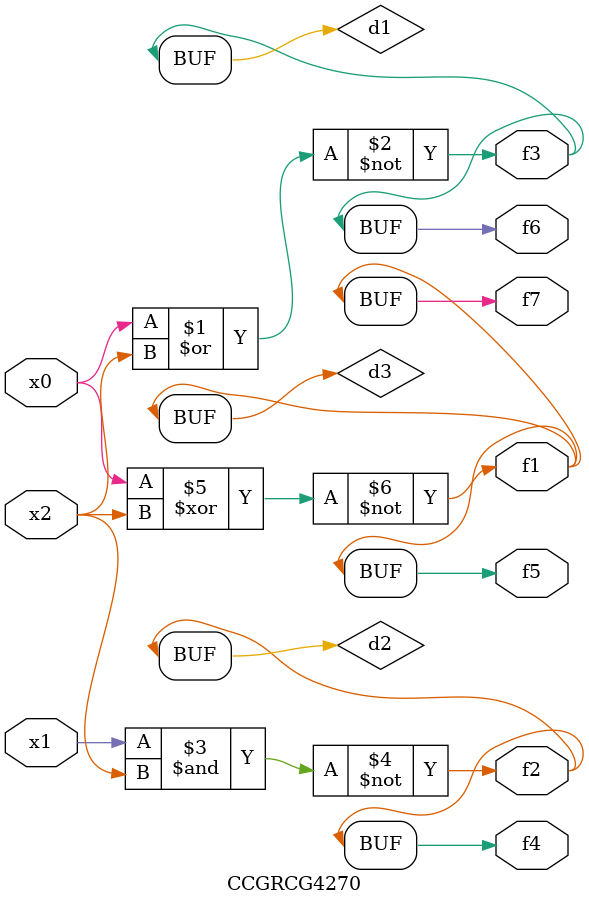
<source format=v>
module CCGRCG4270(
	input x0, x1, x2,
	output f1, f2, f3, f4, f5, f6, f7
);

	wire d1, d2, d3;

	nor (d1, x0, x2);
	nand (d2, x1, x2);
	xnor (d3, x0, x2);
	assign f1 = d3;
	assign f2 = d2;
	assign f3 = d1;
	assign f4 = d2;
	assign f5 = d3;
	assign f6 = d1;
	assign f7 = d3;
endmodule

</source>
